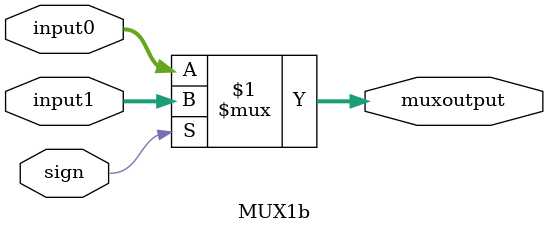
<source format=v>
`timescale 1ns / 1ps


module MUX1b(
input [31:0] input0,
input [31:0] input1,
input sign,
output [31:0] muxoutput
    );
    
assign muxoutput= sign?input1:input0;
    
endmodule

</source>
